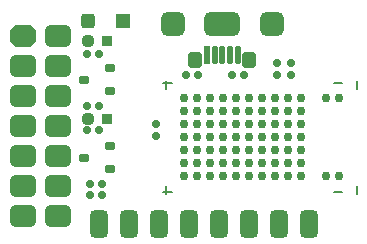
<source format=gbr>
%TF.GenerationSoftware,Altium Limited,Altium Designer,21.2.2 (38)*%
G04 Layer_Color=8388736*
%FSLAX45Y45*%
%MOMM*%
%TF.SameCoordinates,9B882A86-BDC0-4CB1-B03D-B9E00FC7DE04*%
%TF.FilePolarity,Negative*%
%TF.FileFunction,Soldermask,Top*%
%TF.Part,Single*%
G01*
G75*
%TA.AperFunction,NonConductor*%
%ADD24C,0.15000*%
%TA.AperFunction,SMDPad,CuDef*%
G04:AMPARAMS|DCode=49|XSize=1.55mm|YSize=2.35mm|CornerRadius=0.425mm|HoleSize=0mm|Usage=FLASHONLY|Rotation=0.000|XOffset=0mm|YOffset=0mm|HoleType=Round|Shape=RoundedRectangle|*
%AMROUNDEDRECTD49*
21,1,1.55000,1.50000,0,0,0.0*
21,1,0.70000,2.35000,0,0,0.0*
1,1,0.85000,0.35000,-0.75000*
1,1,0.85000,-0.35000,-0.75000*
1,1,0.85000,-0.35000,0.75000*
1,1,0.85000,0.35000,0.75000*
%
%ADD49ROUNDEDRECTD49*%
%TA.AperFunction,ComponentPad*%
G04:AMPARAMS|DCode=51|XSize=2.05mm|YSize=2.05mm|CornerRadius=0.55mm|HoleSize=0mm|Usage=FLASHONLY|Rotation=180.000|XOffset=0mm|YOffset=0mm|HoleType=Round|Shape=RoundedRectangle|*
%AMROUNDEDRECTD51*
21,1,2.05000,0.95000,0,0,180.0*
21,1,0.95000,2.05000,0,0,180.0*
1,1,1.10000,-0.47500,0.47500*
1,1,1.10000,0.47500,0.47500*
1,1,1.10000,0.47500,-0.47500*
1,1,1.10000,-0.47500,-0.47500*
%
%ADD51ROUNDEDRECTD51*%
G04:AMPARAMS|DCode=52|XSize=1.25mm|YSize=1.35mm|CornerRadius=0.35mm|HoleSize=0mm|Usage=FLASHONLY|Rotation=180.000|XOffset=0mm|YOffset=0mm|HoleType=Round|Shape=RoundedRectangle|*
%AMROUNDEDRECTD52*
21,1,1.25000,0.65000,0,0,180.0*
21,1,0.55000,1.35000,0,0,180.0*
1,1,0.70000,-0.27500,0.32500*
1,1,0.70000,0.27500,0.32500*
1,1,0.70000,0.27500,-0.32500*
1,1,0.70000,-0.27500,-0.32500*
%
%ADD52ROUNDEDRECTD52*%
G04:AMPARAMS|DCode=53|XSize=1.85mm|YSize=2.25mm|CornerRadius=0mm|HoleSize=0mm|Usage=FLASHONLY|Rotation=270.000|XOffset=0mm|YOffset=0mm|HoleType=Round|Shape=Octagon|*
%AMOCTAGOND53*
4,1,8,1.12500,0.46250,1.12500,-0.46250,0.66250,-0.92500,-0.66250,-0.92500,-1.12500,-0.46250,-1.12500,0.46250,-0.66250,0.92500,0.66250,0.92500,1.12500,0.46250,0.0*
%
%ADD53OCTAGOND53*%

G04:AMPARAMS|DCode=54|XSize=1.85mm|YSize=2.25mm|CornerRadius=0.5mm|HoleSize=0mm|Usage=FLASHONLY|Rotation=270.000|XOffset=0mm|YOffset=0mm|HoleType=Round|Shape=RoundedRectangle|*
%AMROUNDEDRECTD54*
21,1,1.85000,1.25001,0,0,270.0*
21,1,0.85000,2.25000,0,0,270.0*
1,1,1.00000,-0.62500,-0.42500*
1,1,1.00000,-0.62500,0.42500*
1,1,1.00000,0.62500,0.42500*
1,1,1.00000,0.62500,-0.42500*
%
%ADD54ROUNDEDRECTD54*%
%TA.AperFunction,SMDPad,CuDef*%
G04:AMPARAMS|DCode=65|XSize=3.05mm|YSize=2.05mm|CornerRadius=0.55mm|HoleSize=0mm|Usage=FLASHONLY|Rotation=180.000|XOffset=0mm|YOffset=0mm|HoleType=Round|Shape=RoundedRectangle|*
%AMROUNDEDRECTD65*
21,1,3.05000,0.95000,0,0,180.0*
21,1,1.95000,2.05000,0,0,180.0*
1,1,1.10000,-0.97500,0.47500*
1,1,1.10000,0.97500,0.47500*
1,1,1.10000,0.97500,-0.47500*
1,1,1.10000,-0.97500,-0.47500*
%
%ADD65ROUNDEDRECTD65*%
G04:AMPARAMS|DCode=66|XSize=0.53mm|YSize=1.55mm|CornerRadius=0.17mm|HoleSize=0mm|Usage=FLASHONLY|Rotation=180.000|XOffset=0mm|YOffset=0mm|HoleType=Round|Shape=RoundedRectangle|*
%AMROUNDEDRECTD66*
21,1,0.53000,1.21000,0,0,180.0*
21,1,0.19000,1.55000,0,0,180.0*
1,1,0.34000,-0.09500,0.60500*
1,1,0.34000,0.09500,0.60500*
1,1,0.34000,0.09500,-0.60500*
1,1,0.34000,-0.09500,-0.60500*
%
%ADD66ROUNDEDRECTD66*%
%ADD67R,0.53000X1.55000*%
G04:AMPARAMS|DCode=68|XSize=0.65mm|YSize=0.65mm|CornerRadius=0.2mm|HoleSize=0mm|Usage=FLASHONLY|Rotation=180.000|XOffset=0mm|YOffset=0mm|HoleType=Round|Shape=RoundedRectangle|*
%AMROUNDEDRECTD68*
21,1,0.65000,0.25000,0,0,180.0*
21,1,0.25000,0.65000,0,0,180.0*
1,1,0.40000,-0.12500,0.12500*
1,1,0.40000,0.12500,0.12500*
1,1,0.40000,0.12500,-0.12500*
1,1,0.40000,-0.12500,-0.12500*
%
%ADD68ROUNDEDRECTD68*%
%ADD69R,1.25000X1.25000*%
G04:AMPARAMS|DCode=70|XSize=1.25mm|YSize=1.25mm|CornerRadius=0.35mm|HoleSize=0mm|Usage=FLASHONLY|Rotation=270.000|XOffset=0mm|YOffset=0mm|HoleType=Round|Shape=RoundedRectangle|*
%AMROUNDEDRECTD70*
21,1,1.25000,0.55000,0,0,270.0*
21,1,0.55000,1.25000,0,0,270.0*
1,1,0.70000,-0.27500,-0.27500*
1,1,0.70000,-0.27500,0.27500*
1,1,0.70000,0.27500,0.27500*
1,1,0.70000,0.27500,-0.27500*
%
%ADD70ROUNDEDRECTD70*%
G04:AMPARAMS|DCode=71|XSize=0.95mm|YSize=0.95mm|CornerRadius=0.275mm|HoleSize=0mm|Usage=FLASHONLY|Rotation=270.000|XOffset=0mm|YOffset=0mm|HoleType=Round|Shape=RoundedRectangle|*
%AMROUNDEDRECTD71*
21,1,0.95000,0.40000,0,0,270.0*
21,1,0.40000,0.95000,0,0,270.0*
1,1,0.55000,-0.20000,-0.20000*
1,1,0.55000,-0.20000,0.20000*
1,1,0.55000,0.20000,0.20000*
1,1,0.55000,0.20000,-0.20000*
%
%ADD71ROUNDEDRECTD71*%
%ADD72R,0.95000X0.95000*%
%TA.AperFunction,BGAPad,CuDef*%
%ADD73C,0.75000*%
%TA.AperFunction,SMDPad,CuDef*%
G04:AMPARAMS|DCode=74|XSize=0.75mm|YSize=0.85mm|CornerRadius=0.225mm|HoleSize=0mm|Usage=FLASHONLY|Rotation=270.000|XOffset=0mm|YOffset=0mm|HoleType=Round|Shape=RoundedRectangle|*
%AMROUNDEDRECTD74*
21,1,0.75000,0.40000,0,0,270.0*
21,1,0.30000,0.85000,0,0,270.0*
1,1,0.45000,-0.20000,-0.15000*
1,1,0.45000,-0.20000,0.15000*
1,1,0.45000,0.20000,0.15000*
1,1,0.45000,0.20000,-0.15000*
%
%ADD74ROUNDEDRECTD74*%
G04:AMPARAMS|DCode=75|XSize=0.65mm|YSize=0.65mm|CornerRadius=0.2mm|HoleSize=0mm|Usage=FLASHONLY|Rotation=270.000|XOffset=0mm|YOffset=0mm|HoleType=Round|Shape=RoundedRectangle|*
%AMROUNDEDRECTD75*
21,1,0.65000,0.25000,0,0,270.0*
21,1,0.25000,0.65000,0,0,270.0*
1,1,0.40000,-0.12500,-0.12500*
1,1,0.40000,-0.12500,0.12500*
1,1,0.40000,0.12500,0.12500*
1,1,0.40000,0.12500,-0.12500*
%
%ADD75ROUNDEDRECTD75*%
D24*
X1390033Y1309995D02*
Y1380000D01*
X1390035Y420000D02*
Y489995D01*
X1370000Y439995D02*
X1440031D01*
X1370000Y1359995D02*
X1440030D01*
X3010034Y420000D02*
Y489995D01*
X2810000Y439997D02*
X2879966D01*
X3010034Y1309995D02*
Y1380000D01*
X2810034Y1360000D02*
X2880000D01*
D49*
X1588000Y170000D02*
D03*
X2604000D02*
D03*
X1842000D02*
D03*
X2096000D02*
D03*
X826000D02*
D03*
X1080000D02*
D03*
X2350000D02*
D03*
X1334000D02*
D03*
D51*
X2285000Y1860000D02*
D03*
X1450000D02*
D03*
D52*
X2097500Y1560000D02*
D03*
X1637500D02*
D03*
D53*
X180000Y1760000D02*
D03*
D54*
Y1506000D02*
D03*
Y1252000D02*
D03*
Y998000D02*
D03*
Y744000D02*
D03*
Y490000D02*
D03*
Y236000D02*
D03*
X474000Y1760000D02*
D03*
Y1506000D02*
D03*
Y1252000D02*
D03*
Y998000D02*
D03*
Y744000D02*
D03*
Y490000D02*
D03*
Y236000D02*
D03*
D65*
X1867500Y1860000D02*
D03*
D66*
X1997500Y1600000D02*
D03*
X1932500D02*
D03*
X1867500D02*
D03*
X1802500D02*
D03*
D67*
X1737500D02*
D03*
D68*
X2450000Y1430000D02*
D03*
Y1530000D02*
D03*
X2330000D02*
D03*
Y1430000D02*
D03*
X1310000Y1010000D02*
D03*
Y910000D02*
D03*
D69*
X1030000Y1890000D02*
D03*
D70*
X730000D02*
D03*
D71*
X730000Y1720000D02*
D03*
Y1060000D02*
D03*
D72*
X890000Y1720000D02*
D03*
Y1060000D02*
D03*
D73*
X1540000Y570000D02*
D03*
X1650000D02*
D03*
X1760000D02*
D03*
X1870000D02*
D03*
X1980000D02*
D03*
X2090000D02*
D03*
X2200000D02*
D03*
X2310000D02*
D03*
X2420000D02*
D03*
X2530000D02*
D03*
X2750000D02*
D03*
X2860000D02*
D03*
X1540000Y680000D02*
D03*
X1650000D02*
D03*
X1760000D02*
D03*
X1870000D02*
D03*
X1980000D02*
D03*
X2090000D02*
D03*
X2200000D02*
D03*
X2310000D02*
D03*
X2420000D02*
D03*
X2530000D02*
D03*
X1540000Y790000D02*
D03*
X1650000D02*
D03*
X1760000D02*
D03*
X1870000D02*
D03*
X1980000D02*
D03*
X2090000D02*
D03*
X2200000D02*
D03*
X2310000D02*
D03*
X2420000D02*
D03*
X2530000D02*
D03*
X1540000Y900000D02*
D03*
X1650000D02*
D03*
X1760000D02*
D03*
X1870000D02*
D03*
X1980000D02*
D03*
X2090000D02*
D03*
X2200000D02*
D03*
X2310000D02*
D03*
X2420000D02*
D03*
X2530000D02*
D03*
X1540000Y1010000D02*
D03*
X1650000D02*
D03*
X1760000D02*
D03*
X1870000D02*
D03*
X1980000D02*
D03*
X2090000D02*
D03*
X2200000D02*
D03*
X2310000D02*
D03*
X2420000D02*
D03*
X2530000D02*
D03*
X1540000Y1120000D02*
D03*
X1650000D02*
D03*
X1760000D02*
D03*
X1870000D02*
D03*
X1980000D02*
D03*
X2090000D02*
D03*
X2200000D02*
D03*
X2310000D02*
D03*
X2420000D02*
D03*
X2530000D02*
D03*
X1540000Y1230000D02*
D03*
X1650000D02*
D03*
X1760000D02*
D03*
X1870000D02*
D03*
X1980000D02*
D03*
X2090000D02*
D03*
X2200000D02*
D03*
X2310000D02*
D03*
X2420000D02*
D03*
X2530000D02*
D03*
X2750000D02*
D03*
X2860000D02*
D03*
D74*
X700000Y1390000D02*
D03*
X920000Y1485000D02*
D03*
Y1295000D02*
D03*
X700000Y730000D02*
D03*
X920000Y825000D02*
D03*
Y635000D02*
D03*
D75*
X720000Y1170000D02*
D03*
X820000D02*
D03*
X820000Y1610000D02*
D03*
X720000D02*
D03*
X1950000Y1430000D02*
D03*
X2050000D02*
D03*
X850000Y510000D02*
D03*
X750000D02*
D03*
X820000Y960000D02*
D03*
X720000D02*
D03*
X1660000Y1430000D02*
D03*
X1560000D02*
D03*
X850000Y410000D02*
D03*
X750000D02*
D03*
%TF.MD5,e3d5bff28cf5e3eaf6e2c053b2fb2f63*%
M02*

</source>
